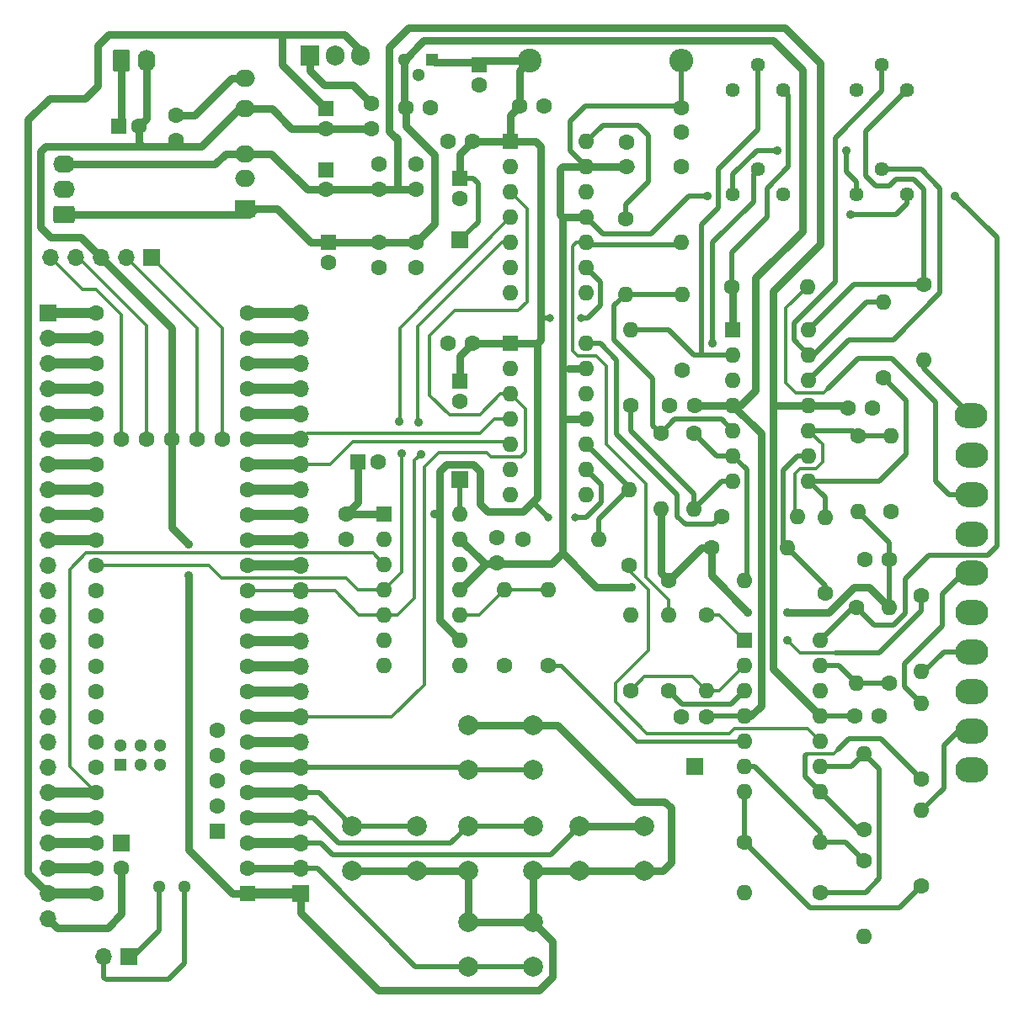
<source format=gbr>
%TF.GenerationSoftware,KiCad,Pcbnew,(6.0.2)*%
%TF.CreationDate,2022-07-25T17:11:52-05:00*%
%TF.ProjectId,vstcm V3_0FC,76737463-6d20-4563-935f-3046432e6b69,rev?*%
%TF.SameCoordinates,Original*%
%TF.FileFunction,Copper,L1,Top*%
%TF.FilePolarity,Positive*%
%FSLAX46Y46*%
G04 Gerber Fmt 4.6, Leading zero omitted, Abs format (unit mm)*
G04 Created by KiCad (PCBNEW (6.0.2)) date 2022-07-25 17:11:52*
%MOMM*%
%LPD*%
G01*
G04 APERTURE LIST*
G04 Aperture macros list*
%AMRoundRect*
0 Rectangle with rounded corners*
0 $1 Rounding radius*
0 $2 $3 $4 $5 $6 $7 $8 $9 X,Y pos of 4 corners*
0 Add a 4 corners polygon primitive as box body*
4,1,4,$2,$3,$4,$5,$6,$7,$8,$9,$2,$3,0*
0 Add four circle primitives for the rounded corners*
1,1,$1+$1,$2,$3*
1,1,$1+$1,$4,$5*
1,1,$1+$1,$6,$7*
1,1,$1+$1,$8,$9*
0 Add four rect primitives between the rounded corners*
20,1,$1+$1,$2,$3,$4,$5,0*
20,1,$1+$1,$4,$5,$6,$7,0*
20,1,$1+$1,$6,$7,$8,$9,0*
20,1,$1+$1,$8,$9,$2,$3,0*%
G04 Aperture macros list end*
%TA.AperFunction,ComponentPad*%
%ADD10O,3.302000X2.540000*%
%TD*%
%TA.AperFunction,ComponentPad*%
%ADD11R,1.600000X1.600000*%
%TD*%
%TA.AperFunction,ComponentPad*%
%ADD12O,1.600000X1.600000*%
%TD*%
%TA.AperFunction,ComponentPad*%
%ADD13R,1.905000X2.000000*%
%TD*%
%TA.AperFunction,ComponentPad*%
%ADD14O,1.905000X2.000000*%
%TD*%
%TA.AperFunction,ComponentPad*%
%ADD15C,1.600000*%
%TD*%
%TA.AperFunction,ComponentPad*%
%ADD16C,2.000000*%
%TD*%
%TA.AperFunction,ComponentPad*%
%ADD17C,1.440000*%
%TD*%
%TA.AperFunction,ComponentPad*%
%ADD18R,1.700000X1.700000*%
%TD*%
%TA.AperFunction,ComponentPad*%
%ADD19RoundRect,0.250000X0.845000X-0.620000X0.845000X0.620000X-0.845000X0.620000X-0.845000X-0.620000X0*%
%TD*%
%TA.AperFunction,ComponentPad*%
%ADD20O,2.190000X1.740000*%
%TD*%
%TA.AperFunction,ComponentPad*%
%ADD21O,1.700000X1.700000*%
%TD*%
%TA.AperFunction,ComponentPad*%
%ADD22RoundRect,0.250000X-0.620000X-0.845000X0.620000X-0.845000X0.620000X0.845000X-0.620000X0.845000X0*%
%TD*%
%TA.AperFunction,ComponentPad*%
%ADD23O,1.740000X2.190000*%
%TD*%
%TA.AperFunction,ComponentPad*%
%ADD24R,1.300000X1.300000*%
%TD*%
%TA.AperFunction,ComponentPad*%
%ADD25C,1.300000*%
%TD*%
%TA.AperFunction,ComponentPad*%
%ADD26C,2.400000*%
%TD*%
%TA.AperFunction,ComponentPad*%
%ADD27O,2.400000X2.400000*%
%TD*%
%TA.AperFunction,ComponentPad*%
%ADD28O,2.000000X1.700000*%
%TD*%
%TA.AperFunction,ComponentPad*%
%ADD29R,2.000000X1.700000*%
%TD*%
%TA.AperFunction,ViaPad*%
%ADD30C,0.914400*%
%TD*%
%TA.AperFunction,ViaPad*%
%ADD31C,0.800000*%
%TD*%
%TA.AperFunction,Conductor*%
%ADD32C,1.000000*%
%TD*%
%TA.AperFunction,Conductor*%
%ADD33C,0.750000*%
%TD*%
%TA.AperFunction,Conductor*%
%ADD34C,0.500000*%
%TD*%
%TA.AperFunction,Conductor*%
%ADD35C,0.304800*%
%TD*%
%TA.AperFunction,Conductor*%
%ADD36C,0.508000*%
%TD*%
%TA.AperFunction,Conductor*%
%ADD37C,0.381000*%
%TD*%
%TA.AperFunction,Conductor*%
%ADD38C,0.800000*%
%TD*%
G04 APERTURE END LIST*
D10*
%TO.P,BL_GND1,1,1*%
%TO.N,AGND*%
X127635012Y-158496008D03*
%TD*%
D11*
%TO.P,IC4,1,VDD*%
%TO.N,Net-(C15-Pad1)*%
X81280000Y-95250000D03*
D12*
%TO.P,IC4,2*%
%TO.N,N/C*%
X81280000Y-97790000D03*
%TO.P,IC4,3,~{CS}*%
%TO.N,Net-(IC4-Pad3)*%
X81280000Y-100330000D03*
%TO.P,IC4,4,SCK*%
%TO.N,/SCK*%
X81280000Y-102870000D03*
%TO.P,IC4,5,SDI*%
%TO.N,/MOSI*%
X81280000Y-105410000D03*
%TO.P,IC4,6*%
%TO.N,N/C*%
X81280000Y-107950000D03*
%TO.P,IC4,7*%
X81280000Y-110490000D03*
%TO.P,IC4,8,~{LDAC}*%
%TO.N,AGND*%
X88900000Y-110490000D03*
%TO.P,IC4,9,~{SHDN}*%
%TO.N,Net-(C15-Pad1)*%
X88900000Y-107950000D03*
%TO.P,IC4,10,VOUTB*%
%TO.N,Net-(IC4-Pad10)*%
X88900000Y-105410000D03*
%TO.P,IC4,11,VREFB*%
%TO.N,+3V3*%
X88900000Y-102870000D03*
%TO.P,IC4,12,VSS*%
%TO.N,AGND*%
X88900000Y-100330000D03*
%TO.P,IC4,13,VREFA*%
%TO.N,+3V3*%
X88900000Y-97790000D03*
%TO.P,IC4,14,VOUTA*%
%TO.N,Net-(IC4-Pad14)*%
X88900000Y-95250000D03*
%TD*%
D13*
%TO.P,U5,1,VI*%
%TO.N,/Pwr_In*%
X61087000Y-86614000D03*
D14*
%TO.P,U5,2,GND*%
%TO.N,GND*%
X63627000Y-86614000D03*
%TO.P,U5,3,VO*%
%TO.N,Net-(C20-Pad1)*%
X66167000Y-86614000D03*
%TD*%
D15*
%TO.P,R15,1,1*%
%TO.N,Net-(IC1-Pad7)*%
X104775000Y-165735000D03*
D12*
%TO.P,R15,2,2*%
%TO.N,Net-(IC1-Pad6)*%
X112395000Y-165735000D03*
%TD*%
D16*
%TO.P,SW2,1,1*%
%TO.N,GND*%
X83514000Y-173772000D03*
X77014000Y-173772000D03*
%TO.P,SW2,2,2*%
%TO.N,Net-(J1-Pad2)*%
X77014000Y-178272000D03*
X83514000Y-178272000D03*
%TD*%
D15*
%TO.P,R21,1,1*%
%TO.N,Net-(IC1-Pad7)*%
X122555000Y-170180000D03*
D12*
%TO.P,R21,2,2*%
%TO.N,Net-(BL_SIG1-Pad1)*%
X122555000Y-162560000D03*
%TD*%
D17*
%TO.P,RV1,1,1*%
%TO.N,-3V3*%
X121158000Y-100584000D03*
%TO.P,RV1,2,2*%
%TO.N,Net-(IC6-Pad12)*%
X118618000Y-98044000D03*
%TO.P,RV1,3,3*%
%TO.N,+3V3*%
X116078000Y-100584000D03*
%TD*%
D15*
%TO.P,R4,1,1*%
%TO.N,+3V3*%
X101473000Y-136144000D03*
D12*
%TO.P,R4,2,2*%
%TO.N,Net-(IC6-Pad9)*%
X109093000Y-136144000D03*
%TD*%
D11*
%TO.P,C18,1*%
%TO.N,Net-(C15-Pad1)*%
X65913000Y-127508000D03*
D15*
%TO.P,C18,2*%
%TO.N,AGND*%
X67913000Y-127508000D03*
%TD*%
%TO.P,C22,1,1*%
%TO.N,-12V*%
X115189000Y-122047000D03*
%TO.P,C22,2,2*%
%TO.N,AGND*%
X117689000Y-122047000D03*
%TD*%
%TO.P,R17,1,1*%
%TO.N,Net-(IC6-Pad14)*%
X122809000Y-109601000D03*
D12*
%TO.P,R17,2,2*%
%TO.N,Net-(R17-Pad2)*%
X122809000Y-117221000D03*
%TD*%
D15*
%TO.P,C12,1,1*%
%TO.N,AGND*%
X68021200Y-97525200D03*
%TO.P,C12,2,2*%
%TO.N,-12V*%
X68021200Y-100025200D03*
%TD*%
%TO.P,R24,1,1*%
%TO.N,Net-(IC1-Pad5)*%
X85090000Y-147955000D03*
D12*
%TO.P,R24,2,2*%
%TO.N,Net-(IC3-Pad10)*%
X85090000Y-140335000D03*
%TD*%
D16*
%TO.P,SW4,1,1*%
%TO.N,Net-(J1-Pad3)*%
X94690000Y-164120000D03*
X88190000Y-164120000D03*
%TO.P,SW4,2,2*%
%TO.N,GND*%
X94690000Y-168620000D03*
X88190000Y-168620000D03*
%TD*%
D15*
%TO.P,R11,1,1*%
%TO.N,Net-(IC6-Pad8)*%
X118745000Y-118999000D03*
D12*
%TO.P,R11,2,2*%
%TO.N,Net-(IC6-Pad13)*%
X118745000Y-111379000D03*
%TD*%
D16*
%TO.P,SW5,1,1*%
%TO.N,GND*%
X77014000Y-153960000D03*
X83514000Y-153960000D03*
%TO.P,SW5,2,2*%
%TO.N,Net-(J1-Pad6)*%
X83514000Y-158460000D03*
X77014000Y-158460000D03*
%TD*%
D15*
%TO.P,R23,1,1*%
%TO.N,Net-(IC1-Pad10)*%
X93218000Y-137922000D03*
D12*
%TO.P,R23,2,2*%
%TO.N,Net-(IC5-Pad10)*%
X93218000Y-130302000D03*
%TD*%
D15*
%TO.P,C2,1,1*%
%TO.N,+3V3*%
X79883000Y-137628000D03*
%TO.P,C2,2,2*%
%TO.N,AGND*%
X79883000Y-135128000D03*
%TD*%
D11*
%TO.P,IC3,1,VDD*%
%TO.N,Net-(C15-Pad1)*%
X68580000Y-132715000D03*
D12*
%TO.P,IC3,2*%
%TO.N,N/C*%
X68580000Y-135255000D03*
%TO.P,IC3,3,~{CS}*%
%TO.N,Net-(IC3-Pad3)*%
X68580000Y-137795000D03*
%TO.P,IC3,4,SCK*%
%TO.N,/SCK*%
X68580000Y-140335000D03*
%TO.P,IC3,5,SDI*%
%TO.N,/MOSI*%
X68580000Y-142875000D03*
%TO.P,IC3,6*%
%TO.N,N/C*%
X68580000Y-145415000D03*
%TO.P,IC3,7*%
X68580000Y-147955000D03*
%TO.P,IC3,8,~{LDAC}*%
%TO.N,AGND*%
X76200000Y-147955000D03*
%TO.P,IC3,9,~{SHDN}*%
%TO.N,Net-(C15-Pad1)*%
X76200000Y-145415000D03*
%TO.P,IC3,10,VOUTB*%
%TO.N,Net-(IC3-Pad10)*%
X76200000Y-142875000D03*
%TO.P,IC3,11,VREFB*%
%TO.N,+3V3*%
X76200000Y-140335000D03*
%TO.P,IC3,12,VSS*%
%TO.N,AGND*%
X76200000Y-137795000D03*
%TO.P,IC3,13,VREFA*%
%TO.N,+3V3*%
X76200000Y-135255000D03*
%TO.P,IC3,14,VOUTA*%
%TO.N,Net-(IC3-Pad14)*%
X76200000Y-132715000D03*
%TD*%
D11*
%TO.P,C4,1*%
%TO.N,/Pwr_In*%
X41910000Y-93726000D03*
D15*
%TO.P,C4,2*%
%TO.N,GND*%
X43910000Y-93726000D03*
%TD*%
%TO.P,R8,1,1*%
%TO.N,Net-(IC6-Pad6)*%
X99695000Y-124587000D03*
D12*
%TO.P,R8,2,2*%
%TO.N,Net-(IC6-Pad7)*%
X99695000Y-132207000D03*
%TD*%
D18*
%TO.P,TP1,1,Pin_1*%
%TO.N,AGND*%
X42164000Y-165862000D03*
%TD*%
D11*
%TO.P,C20,1*%
%TO.N,Net-(C20-Pad1)*%
X62738000Y-91917200D03*
D15*
%TO.P,C20,2*%
%TO.N,GND*%
X62738000Y-93917200D03*
%TD*%
D19*
%TO.P,J7,1,Pin_1*%
%TO.N,+12V*%
X36342000Y-102616000D03*
D20*
%TO.P,J7,2,Pin_2*%
%TO.N,AGND*%
X36342000Y-100076000D03*
%TO.P,J7,3,Pin_3*%
%TO.N,-12V*%
X36342000Y-97536000D03*
%TD*%
D11*
%TO.P,IC1,1,OUT*%
%TO.N,Net-(IC1-Pad1)*%
X104775000Y-145415000D03*
D12*
%TO.P,IC1,2,-IN*%
%TO.N,Net-(IC1-Pad2)*%
X104775000Y-147955000D03*
%TO.P,IC1,3,+IN*%
%TO.N,Net-(IC1-Pad3)*%
X104775000Y-150495000D03*
%TO.P,IC1,4,V+*%
%TO.N,+12V*%
X104775000Y-153035000D03*
%TO.P,IC1,5,+IN*%
%TO.N,Net-(IC1-Pad5)*%
X104775000Y-155575000D03*
%TO.P,IC1,6,-IN*%
%TO.N,Net-(IC1-Pad6)*%
X104775000Y-158115000D03*
%TO.P,IC1,7,OUT*%
%TO.N,Net-(IC1-Pad7)*%
X104775000Y-160655000D03*
%TO.P,IC1,8,OUT*%
%TO.N,Net-(IC1-Pad8)*%
X112395000Y-160655000D03*
%TO.P,IC1,9,-IN*%
%TO.N,Net-(IC1-Pad9)*%
X112395000Y-158115000D03*
%TO.P,IC1,10,+IN*%
%TO.N,Net-(IC1-Pad10)*%
X112395000Y-155575000D03*
%TO.P,IC1,11,V-*%
%TO.N,-12V*%
X112395000Y-153035000D03*
%TO.P,IC1,12,+IN*%
%TO.N,AGND*%
X112395000Y-150495000D03*
%TO.P,IC1,13,-IN*%
%TO.N,Net-(IC1-Pad13)*%
X112395000Y-147955000D03*
%TO.P,IC1,14,OUT*%
%TO.N,-3V3*%
X112395000Y-145415000D03*
%TD*%
D15*
%TO.P,R20,1,1*%
%TO.N,Net-(IC1-Pad1)*%
X122555000Y-140970000D03*
D12*
%TO.P,R20,2,2*%
%TO.N,Net-(GR_SIG1-Pad1)*%
X122555000Y-148590000D03*
%TD*%
D10*
%TO.P,Y_GND1,1,1*%
%TO.N,AGND*%
X127635012Y-134721609D03*
%TD*%
D15*
%TO.P,C27,1,1*%
%TO.N,Net-(C15-Pad1)*%
X82169000Y-91694000D03*
%TO.P,C27,2,2*%
%TO.N,AGND*%
X84669000Y-91694000D03*
%TD*%
%TO.P,C7,1,1*%
%TO.N,Net-(C15-Pad1)*%
X64770000Y-132735000D03*
%TO.P,C7,2,2*%
%TO.N,AGND*%
X64770000Y-135235000D03*
%TD*%
D18*
%TO.P,J1,1,Pin_1*%
%TO.N,GND*%
X60198000Y-170942000D03*
D21*
%TO.P,J1,2,Pin_2*%
%TO.N,Net-(J1-Pad2)*%
X60198000Y-168402000D03*
%TO.P,J1,3,Pin_3*%
%TO.N,Net-(J1-Pad3)*%
X60198000Y-165862000D03*
%TO.P,J1,4,Pin_4*%
%TO.N,Net-(J1-Pad4)*%
X60198000Y-163322000D03*
%TO.P,J1,5,Pin_5*%
%TO.N,Net-(J1-Pad5)*%
X60198000Y-160782000D03*
%TO.P,J1,6,Pin_6*%
%TO.N,Net-(J1-Pad6)*%
X60198000Y-158242000D03*
%TO.P,J1,7,Pin_7*%
%TO.N,Net-(J1-Pad7)*%
X60198000Y-155702000D03*
%TO.P,J1,8,Pin_8*%
%TO.N,Net-(IC4-Pad3)*%
X60198000Y-153162000D03*
%TO.P,J1,9,Pin_9*%
%TO.N,Net-(J1-Pad9)*%
X60198000Y-150622000D03*
%TO.P,J1,10,Pin_10*%
%TO.N,Net-(J1-Pad10)*%
X60198000Y-148082000D03*
%TO.P,J1,11,Pin_11*%
%TO.N,Net-(J1-Pad11)*%
X60198000Y-145542000D03*
%TO.P,J1,12,Pin_12*%
%TO.N,Net-(J1-Pad12)*%
X60198000Y-143002000D03*
%TO.P,J1,13,Pin_13*%
%TO.N,/MOSI*%
X60198000Y-140462000D03*
%TO.P,J1,14,Pin_14*%
%TO.N,Net-(J1-Pad14)*%
X60198000Y-137922000D03*
%TO.P,J1,15,Pin_15*%
%TO.N,Net-(J1-Pad15)*%
X60198000Y-135382000D03*
%TO.P,J1,16,Pin_16*%
%TO.N,Net-(J1-Pad16)*%
X60198000Y-132842000D03*
%TO.P,J1,17,Pin_17*%
%TO.N,Net-(J1-Pad17)*%
X60198000Y-130302000D03*
%TO.P,J1,18,Pin_18*%
%TO.N,/MOSI1*%
X60198000Y-127762000D03*
%TO.P,J1,19,Pin_19*%
%TO.N,/SCK1*%
X60198000Y-125222000D03*
%TO.P,J1,20,Pin_20*%
%TO.N,Net-(J1-Pad20)*%
X60198000Y-122682000D03*
%TO.P,J1,21,Pin_21*%
%TO.N,Net-(J1-Pad21)*%
X60198000Y-120142000D03*
%TO.P,J1,22,Pin_22*%
%TO.N,Net-(J1-Pad22)*%
X60198000Y-117602000D03*
%TO.P,J1,23,Pin_23*%
%TO.N,Net-(J1-Pad23)*%
X60198000Y-115062000D03*
%TO.P,J1,24,Pin_24*%
%TO.N,Net-(J1-Pad24)*%
X60198000Y-112522000D03*
%TD*%
D18*
%TO.P,J9,1,Pin_1*%
%TO.N,Net-(J9-Pad1)*%
X42931000Y-177292000D03*
D21*
%TO.P,J9,2,Pin_2*%
%TO.N,Net-(J9-Pad2)*%
X40391000Y-177292000D03*
%TD*%
D15*
%TO.P,C24,1,1*%
%TO.N,-12V*%
X115864000Y-153035000D03*
%TO.P,C24,2,2*%
%TO.N,AGND*%
X118364000Y-153035000D03*
%TD*%
D10*
%TO.P,RE_SIG1,1,1*%
%TO.N,Net-(R19-Pad2)*%
X127635012Y-138684009D03*
%TD*%
D15*
%TO.P,R1,1,1*%
%TO.N,Net-(IC5-Pad14)*%
X102489000Y-132969000D03*
D12*
%TO.P,R1,2,2*%
%TO.N,Net-(IC6-Pad10)*%
X110109000Y-132969000D03*
%TD*%
D11*
%TO.P,C5,1*%
%TO.N,Net-(C15-Pad1)*%
X78105000Y-87535000D03*
D15*
%TO.P,C5,2*%
%TO.N,AGND*%
X78105000Y-89535000D03*
%TD*%
%TO.P,C3,1,1*%
%TO.N,/Pwr_In*%
X47625000Y-92623000D03*
%TO.P,C3,2,2*%
%TO.N,GND*%
X47625000Y-95123000D03*
%TD*%
D22*
%TO.P,J6,1,Pin_1*%
%TO.N,/Pwr_In*%
X42164000Y-87122000D03*
D23*
%TO.P,J6,2,Pin_2*%
%TO.N,GND*%
X44704000Y-87122000D03*
%TD*%
D15*
%TO.P,R27,1,1*%
%TO.N,Net-(IC1-Pad13)*%
X119380000Y-149733000D03*
D12*
%TO.P,R27,2,2*%
%TO.N,+3V3*%
X119380000Y-142113000D03*
%TD*%
D15*
%TO.P,R19,1,1*%
%TO.N,Net-(IC1-Pad8)*%
X122555000Y-159385000D03*
D12*
%TO.P,R19,2,2*%
%TO.N,Net-(R19-Pad2)*%
X122555000Y-151765000D03*
%TD*%
D15*
%TO.P,R29,1,1*%
%TO.N,Net-(IC1-Pad9)*%
X112395000Y-170815000D03*
D12*
%TO.P,R29,2,2*%
%TO.N,AGND*%
X104775000Y-170815000D03*
%TD*%
D10*
%TO.P,RE_GND1,1,1*%
%TO.N,AGND*%
X127635012Y-142646408D03*
%TD*%
D15*
%TO.P,R7,1,1*%
%TO.N,Net-(IC6-Pad9)*%
X112903000Y-140716000D03*
D12*
%TO.P,R7,2,2*%
%TO.N,Net-(IC6-Pad8)*%
X112903000Y-133096000D03*
%TD*%
D24*
%TO.P,U3,1,VO*%
%TO.N,Net-(C15-Pad1)*%
X73406000Y-86995000D03*
D25*
%TO.P,U3,2,GND*%
%TO.N,AGND*%
X72009000Y-88519000D03*
%TO.P,U3,3,VI*%
%TO.N,+12V*%
X70612000Y-86995000D03*
%TD*%
D15*
%TO.P,R22,1,1*%
%TO.N,Net-(IC1-Pad3)*%
X97155000Y-150495000D03*
D12*
%TO.P,R22,2,2*%
%TO.N,Net-(IC4-Pad10)*%
X97155000Y-142875000D03*
%TD*%
D18*
%TO.P,TP3,1,Pin_1*%
%TO.N,Net-(C15-Pad1)*%
X76200000Y-105156000D03*
%TD*%
D15*
%TO.P,R31,1,1*%
%TO.N,-3V3*%
X116078000Y-142113000D03*
D12*
%TO.P,R31,2,2*%
%TO.N,Net-(IC1-Pad13)*%
X116078000Y-149733000D03*
%TD*%
D15*
%TO.P,R5,1,1*%
%TO.N,AGND*%
X98552000Y-118237000D03*
D12*
%TO.P,R5,2,2*%
%TO.N,Net-(IC6-Pad5)*%
X98552000Y-110617000D03*
%TD*%
D15*
%TO.P,C1,1,1*%
%TO.N,+12V*%
X70739000Y-91821000D03*
%TO.P,C1,2,2*%
%TO.N,AGND*%
X73239000Y-91821000D03*
%TD*%
%TO.P,R25,1,1*%
%TO.N,Net-(IC6-Pad10)*%
X116205000Y-124841000D03*
D12*
%TO.P,R25,2,2*%
%TO.N,+3V3*%
X116205000Y-132461000D03*
%TD*%
D15*
%TO.P,R14,1,1*%
%TO.N,AGND*%
X80645000Y-147955000D03*
D12*
%TO.P,R14,2,2*%
%TO.N,Net-(IC3-Pad10)*%
X80645000Y-140335000D03*
%TD*%
D15*
%TO.P,R3,1,1*%
%TO.N,AGND*%
X119507000Y-132461000D03*
D12*
%TO.P,R3,2,2*%
%TO.N,Net-(IC6-Pad10)*%
X119507000Y-124841000D03*
%TD*%
D17*
%TO.P,RV4,1,1*%
%TO.N,Net-(IC6-Pad1)*%
X108712000Y-90043000D03*
%TO.P,RV4,2,2*%
%TO.N,Net-(IC6-Pad2)*%
X106172000Y-87503000D03*
%TO.P,RV4,3,3*%
%TO.N,unconnected-(RV4-Pad3)*%
X103632000Y-90043000D03*
%TD*%
D11*
%TO.P,C10,1*%
%TO.N,AGND*%
X62687200Y-98074088D03*
D15*
%TO.P,C10,2*%
%TO.N,-12V*%
X62687200Y-100074088D03*
%TD*%
%TO.P,C17,1,1*%
%TO.N,Net-(C15-Pad1)*%
X77470000Y-95250000D03*
%TO.P,C17,2,2*%
%TO.N,AGND*%
X74970000Y-95250000D03*
%TD*%
D10*
%TO.P,Y_SIG1,1,1*%
%TO.N,Net-(R18-Pad2)*%
X127635012Y-130759208D03*
%TD*%
D18*
%TO.P,J8,1,Pin_1*%
%TO.N,Net-(IC3-Pad14)*%
X76200000Y-129286000D03*
%TD*%
D15*
%TO.P,C23,1,1*%
%TO.N,+12V*%
X100965000Y-153162000D03*
%TO.P,C23,2,2*%
%TO.N,AGND*%
X98465000Y-153162000D03*
%TD*%
%TO.P,R13,1,1*%
%TO.N,Net-(IC6-Pad7)*%
X93345000Y-121793000D03*
D12*
%TO.P,R13,2,2*%
%TO.N,Net-(IC6-Pad2)*%
X93345000Y-114173000D03*
%TD*%
D15*
%TO.P,R16,1,1*%
%TO.N,Net-(IC1-Pad8)*%
X116840000Y-164465000D03*
D12*
%TO.P,R16,2,2*%
%TO.N,Net-(IC1-Pad9)*%
X116840000Y-156845000D03*
%TD*%
D11*
%TO.P,IC6,1,OUT*%
%TO.N,Net-(IC6-Pad1)*%
X103632000Y-114173000D03*
D12*
%TO.P,IC6,2,-IN*%
%TO.N,Net-(IC6-Pad2)*%
X103632000Y-116713000D03*
%TO.P,IC6,3,+IN*%
%TO.N,Net-(IC6-Pad3)*%
X103632000Y-119253000D03*
%TO.P,IC6,4,V+*%
%TO.N,+12V*%
X103632000Y-121793000D03*
%TO.P,IC6,5,+IN*%
%TO.N,Net-(IC6-Pad5)*%
X103632000Y-124333000D03*
%TO.P,IC6,6,-IN*%
%TO.N,Net-(IC6-Pad6)*%
X103632000Y-126873000D03*
%TO.P,IC6,7,OUT*%
%TO.N,Net-(IC6-Pad7)*%
X103632000Y-129413000D03*
%TO.P,IC6,8,OUT*%
%TO.N,Net-(IC6-Pad8)*%
X111252000Y-129413000D03*
%TO.P,IC6,9,-IN*%
%TO.N,Net-(IC6-Pad9)*%
X111252000Y-126873000D03*
%TO.P,IC6,10,+IN*%
%TO.N,Net-(IC6-Pad10)*%
X111252000Y-124333000D03*
%TO.P,IC6,11,V-*%
%TO.N,-12V*%
X111252000Y-121793000D03*
%TO.P,IC6,12,+IN*%
%TO.N,Net-(IC6-Pad12)*%
X111252000Y-119253000D03*
%TO.P,IC6,13,-IN*%
%TO.N,Net-(IC6-Pad13)*%
X111252000Y-116713000D03*
%TO.P,IC6,14,OUT*%
%TO.N,Net-(IC6-Pad14)*%
X111252000Y-114173000D03*
%TD*%
D16*
%TO.P,SW1,1,1*%
%TO.N,Net-(J1-Pad5)*%
X71830000Y-164120000D03*
X65330000Y-164120000D03*
%TO.P,SW1,2,2*%
%TO.N,GND*%
X65330000Y-168620000D03*
X71830000Y-168620000D03*
%TD*%
D10*
%TO.P,BL_SIG1,1,1*%
%TO.N,Net-(BL_SIG1-Pad1)*%
X127635000Y-154533609D03*
%TD*%
D15*
%TO.P,R26,1,1*%
%TO.N,Net-(IC6-Pad5)*%
X96393000Y-124587000D03*
D12*
%TO.P,R26,2,2*%
%TO.N,+3V3*%
X96393000Y-132207000D03*
%TD*%
D10*
%TO.P,GR_SIG1,1,1*%
%TO.N,Net-(GR_SIG1-Pad1)*%
X127635000Y-146608809D03*
%TD*%
D11*
%TO.P,IC5,1,VDD*%
%TO.N,Net-(C15-Pad1)*%
X81280000Y-115570000D03*
D12*
%TO.P,IC5,2*%
%TO.N,N/C*%
X81280000Y-118110000D03*
%TO.P,IC5,3,~{CS}*%
%TO.N,Net-(IC4-Pad3)*%
X81280000Y-120650000D03*
%TO.P,IC5,4,SCK*%
%TO.N,/SCK1*%
X81280000Y-123190000D03*
%TO.P,IC5,5,SDI*%
%TO.N,/MOSI1*%
X81280000Y-125730000D03*
%TO.P,IC5,6*%
%TO.N,N/C*%
X81280000Y-128270000D03*
%TO.P,IC5,7*%
X81280000Y-130810000D03*
%TO.P,IC5,8,~{LDAC}*%
%TO.N,AGND*%
X88900000Y-130810000D03*
%TO.P,IC5,9,~{SHDN}*%
%TO.N,Net-(C15-Pad1)*%
X88900000Y-128270000D03*
%TO.P,IC5,10,VOUTB*%
%TO.N,Net-(IC5-Pad10)*%
X88900000Y-125730000D03*
%TO.P,IC5,11,VREFB*%
%TO.N,+3V3*%
X88900000Y-123190000D03*
%TO.P,IC5,12,VSS*%
%TO.N,AGND*%
X88900000Y-120650000D03*
%TO.P,IC5,13,VREFA*%
%TO.N,+3V3*%
X88900000Y-118110000D03*
%TO.P,IC5,14,VOUTA*%
%TO.N,Net-(IC5-Pad14)*%
X88900000Y-115570000D03*
%TD*%
D15*
%TO.P,R18,1,1*%
%TO.N,Net-(IC6-Pad1)*%
X103505000Y-109855000D03*
D12*
%TO.P,R18,2,2*%
%TO.N,Net-(R18-Pad2)*%
X111125000Y-109855000D03*
%TD*%
D18*
%TO.P,J3,1,Pin_1*%
%TO.N,Net-(J3-Pad1)*%
X34798000Y-112522000D03*
D21*
%TO.P,J3,2,Pin_2*%
%TO.N,Net-(J3-Pad2)*%
X34798000Y-115062000D03*
%TO.P,J3,3,Pin_3*%
%TO.N,Net-(J3-Pad3)*%
X34798000Y-117602000D03*
%TO.P,J3,4,Pin_4*%
%TO.N,Net-(J3-Pad4)*%
X34798000Y-120142000D03*
%TO.P,J3,5,Pin_5*%
%TO.N,Net-(J3-Pad5)*%
X34798000Y-122682000D03*
%TO.P,J3,6,Pin_6*%
%TO.N,Net-(J3-Pad6)*%
X34798000Y-125222000D03*
%TO.P,J3,7,Pin_7*%
%TO.N,Net-(J3-Pad7)*%
X34798000Y-127762000D03*
%TO.P,J3,8,Pin_8*%
%TO.N,Net-(J3-Pad8)*%
X34798000Y-130302000D03*
%TO.P,J3,9,Pin_9*%
%TO.N,Net-(J3-Pad9)*%
X34798000Y-132842000D03*
%TO.P,J3,10,Pin_10*%
%TO.N,AGND*%
X34798000Y-135382000D03*
%TO.P,J3,11,Pin_11*%
%TO.N,/SCK*%
X34798000Y-137922000D03*
%TO.P,J3,12,Pin_12*%
%TO.N,Net-(J3-Pad12)*%
X34798000Y-140462000D03*
%TO.P,J3,13,Pin_13*%
%TO.N,Net-(J3-Pad13)*%
X34798000Y-143002000D03*
%TO.P,J3,14,Pin_14*%
%TO.N,/CS1*%
X34798000Y-145542000D03*
%TO.P,J3,15,Pin_15*%
%TO.N,Net-(J3-Pad15)*%
X34798000Y-148082000D03*
%TO.P,J3,16,Pin_16*%
%TO.N,Net-(J3-Pad16)*%
X34798000Y-150622000D03*
%TO.P,J3,17,Pin_17*%
%TO.N,Net-(J3-Pad17)*%
X34798000Y-153162000D03*
%TO.P,J3,18,Pin_18*%
%TO.N,Net-(J3-Pad18)*%
X34798000Y-155702000D03*
%TO.P,J3,19,Pin_19*%
%TO.N,Net-(J3-Pad19)*%
X34798000Y-158242000D03*
%TO.P,J3,20,Pin_20*%
%TO.N,Net-(IC3-Pad3)*%
X34798000Y-160782000D03*
%TO.P,J3,21,Pin_21*%
%TO.N,Net-(J3-Pad21)*%
X34798000Y-163322000D03*
%TO.P,J3,22,Pin_22*%
%TO.N,Net-(J3-Pad22)*%
X34798000Y-165862000D03*
%TO.P,J3,23,Pin_23*%
%TO.N,Net-(J3-Pad23)*%
X34798000Y-168402000D03*
%TO.P,J3,24,Pin_24*%
%TO.N,Net-(C20-Pad1)*%
X34798000Y-170942000D03*
%TO.P,J3,25,Pin_25*%
%TO.N,Net-(J3-Pad25)*%
X34798000Y-173482000D03*
%TD*%
D17*
%TO.P,RV3,1,1*%
%TO.N,Net-(IC6-Pad14)*%
X121158000Y-90043000D03*
%TO.P,RV3,2,2*%
%TO.N,Net-(IC6-Pad13)*%
X118618000Y-87503000D03*
%TO.P,RV3,3,3*%
%TO.N,unconnected-(RV3-Pad3)*%
X116078000Y-90043000D03*
%TD*%
D15*
%TO.P,R28,1,1*%
%TO.N,Net-(IC1-Pad2)*%
X93345000Y-150495000D03*
D12*
%TO.P,R28,2,2*%
%TO.N,AGND*%
X93345000Y-142875000D03*
%TD*%
D17*
%TO.P,RV2,1,1*%
%TO.N,-3V3*%
X108712000Y-100584000D03*
%TO.P,RV2,2,2*%
%TO.N,Net-(IC6-Pad3)*%
X106172000Y-98044000D03*
%TO.P,RV2,3,3*%
%TO.N,+3V3*%
X103632000Y-100584000D03*
%TD*%
D15*
%TO.P,R9,1,1*%
%TO.N,AGND*%
X98425000Y-97790000D03*
D12*
%TO.P,R9,2,2*%
%TO.N,Net-(IC4-Pad10)*%
X98425000Y-105410000D03*
%TD*%
D26*
%TO.P,L1,1,1*%
%TO.N,Net-(C15-Pad1)*%
X83185000Y-87122000D03*
D27*
%TO.P,L1,2,2*%
%TO.N,+3V3*%
X98425000Y-87122000D03*
%TD*%
D11*
%TO.P,U1,1,GND*%
%TO.N,GND*%
X54864000Y-170942000D03*
D15*
%TO.P,U1,2,0_RX1_CRX2_CS1*%
%TO.N,Net-(J1-Pad2)*%
X54864000Y-168402000D03*
%TO.P,U1,3,1_TX1_CTX2_MISO1*%
%TO.N,Net-(J1-Pad3)*%
X54864000Y-165862000D03*
%TO.P,U1,4,2_OUT2*%
%TO.N,Net-(J1-Pad4)*%
X54864000Y-163322000D03*
%TO.P,U1,5,3_LRCLK2*%
%TO.N,Net-(J1-Pad5)*%
X54864000Y-160782000D03*
%TO.P,U1,6,4_BCLK2*%
%TO.N,Net-(J1-Pad6)*%
X54864000Y-158242000D03*
%TO.P,U1,7,5_IN2*%
%TO.N,Net-(J1-Pad7)*%
X54864000Y-155702000D03*
%TO.P,U1,8,6_OUT1D*%
%TO.N,Net-(IC4-Pad3)*%
X54864000Y-153162000D03*
%TO.P,U1,9,7_RX2_OUT1A*%
%TO.N,Net-(J1-Pad9)*%
X54864000Y-150622000D03*
%TO.P,U1,10,8_TX2_IN1*%
%TO.N,Net-(J1-Pad10)*%
X54864000Y-148082000D03*
%TO.P,U1,11,9_OUT1C*%
%TO.N,Net-(J1-Pad11)*%
X54864000Y-145542000D03*
%TO.P,U1,12,10_CS_MQSR*%
%TO.N,Net-(J1-Pad12)*%
X54864000Y-143002000D03*
%TO.P,U1,13,11_MOSI_CTX1*%
%TO.N,/MOSI*%
X54864000Y-140462000D03*
%TO.P,U1,14,12_MISO_MQSL*%
%TO.N,Net-(J1-Pad14)*%
X54864000Y-137922000D03*
%TO.P,U1,15,3V3*%
%TO.N,Net-(J1-Pad15)*%
X54864000Y-135382000D03*
%TO.P,U1,16,24_A10_TX6_SCL2*%
%TO.N,Net-(J1-Pad16)*%
X54864000Y-132842000D03*
%TO.P,U1,17,25_A11_RX6_SDA2*%
%TO.N,Net-(J1-Pad17)*%
X54864000Y-130302000D03*
%TO.P,U1,18,26_A12_MOSI1*%
%TO.N,/MOSI1*%
X54864000Y-127762000D03*
%TO.P,U1,19,27_A13_SCK1*%
%TO.N,/SCK1*%
X54864000Y-125222000D03*
%TO.P,U1,20,28_RX7*%
%TO.N,Net-(J1-Pad20)*%
X54864000Y-122682000D03*
%TO.P,U1,21,29_TX7*%
%TO.N,Net-(J1-Pad21)*%
X54864000Y-120142000D03*
%TO.P,U1,22,30_CRX3*%
%TO.N,Net-(J1-Pad22)*%
X54864000Y-117602000D03*
%TO.P,U1,23,31_CTX3*%
%TO.N,Net-(J1-Pad23)*%
X54864000Y-115062000D03*
%TO.P,U1,24,32_OUT1B*%
%TO.N,Net-(J1-Pad24)*%
X54864000Y-112522000D03*
%TO.P,U1,25,33_MCLK2*%
%TO.N,Net-(J3-Pad1)*%
X39624000Y-112522000D03*
%TO.P,U1,26,34_RX8*%
%TO.N,Net-(J3-Pad2)*%
X39624000Y-115062000D03*
%TO.P,U1,27,35_TX8*%
%TO.N,Net-(J3-Pad3)*%
X39624000Y-117602000D03*
%TO.P,U1,28,36_CS*%
%TO.N,Net-(J3-Pad4)*%
X39624000Y-120142000D03*
%TO.P,U1,29,37_CS*%
%TO.N,Net-(J3-Pad5)*%
X39624000Y-122682000D03*
%TO.P,U1,30,38_CS1_IN1*%
%TO.N,Net-(J3-Pad6)*%
X39624000Y-125222000D03*
%TO.P,U1,31,39_MISO1_OUT1A*%
%TO.N,Net-(J3-Pad7)*%
X39624000Y-127762000D03*
%TO.P,U1,32,40_A16*%
%TO.N,Net-(J3-Pad8)*%
X39624000Y-130302000D03*
%TO.P,U1,33,41_A17*%
%TO.N,Net-(J3-Pad9)*%
X39624000Y-132842000D03*
%TO.P,U1,34,GND*%
%TO.N,AGND*%
X39624000Y-135382000D03*
%TO.P,U1,35,13_SCK_LED*%
%TO.N,/SCK*%
X39624000Y-137922000D03*
%TO.P,U1,36,14_A0_TX3_SPDIF_OUT*%
%TO.N,Net-(J3-Pad12)*%
X39624000Y-140462000D03*
%TO.P,U1,37,15_A1_RX3_SPDIF_IN*%
%TO.N,Net-(J3-Pad13)*%
X39624000Y-143002000D03*
%TO.P,U1,38,16_A2_RX4_SCL1*%
%TO.N,/CS1*%
X39624000Y-145542000D03*
%TO.P,U1,39,17_A3_TX4_SDA1*%
%TO.N,Net-(J3-Pad15)*%
X39624000Y-148082000D03*
%TO.P,U1,40,18_A4_SDA*%
%TO.N,Net-(J3-Pad16)*%
X39624000Y-150622000D03*
%TO.P,U1,41,19_A5_SCL*%
%TO.N,Net-(J3-Pad17)*%
X39624000Y-153162000D03*
%TO.P,U1,42,20_A6_TX5_LRCLK1*%
%TO.N,Net-(J3-Pad18)*%
X39624000Y-155702000D03*
%TO.P,U1,43,21_A7_RX5_BCLK1*%
%TO.N,Net-(J3-Pad19)*%
X39624000Y-158242000D03*
%TO.P,U1,44,22_A8_CTX1*%
%TO.N,Net-(IC3-Pad3)*%
X39624000Y-160782000D03*
%TO.P,U1,45,23_A9_CRX1_MCLK1*%
%TO.N,Net-(J3-Pad21)*%
X39624000Y-163322000D03*
%TO.P,U1,46,3V3*%
%TO.N,Net-(J3-Pad22)*%
X39624000Y-165862000D03*
%TO.P,U1,47,GND*%
%TO.N,Net-(J3-Pad23)*%
X39624000Y-168402000D03*
%TO.P,U1,48,VIN*%
%TO.N,Net-(C20-Pad1)*%
X39624000Y-170942000D03*
%TO.P,U1,49,VUSB*%
%TO.N,Net-(J3-Pad25)*%
X42164000Y-168402000D03*
%TO.P,U1,50,VBAT*%
%TO.N,Net-(J2-Pad1)*%
X52324000Y-125222000D03*
%TO.P,U1,51,3V3*%
%TO.N,Net-(J2-Pad2)*%
X49784000Y-125222000D03*
%TO.P,U1,52,GND*%
%TO.N,GND*%
X47244000Y-125222000D03*
%TO.P,U1,53,PROGRAM*%
%TO.N,Net-(J2-Pad4)*%
X44704000Y-125222000D03*
%TO.P,U1,54,ON_OFF*%
%TO.N,Net-(J2-Pad5)*%
X42164000Y-125222000D03*
D11*
%TO.P,U1,55,5V*%
%TO.N,unconnected-(U1-Pad55)*%
X51813200Y-164642800D03*
D15*
%TO.P,U1,56,D-*%
%TO.N,unconnected-(U1-Pad56)*%
X51813200Y-162102800D03*
%TO.P,U1,57,D+*%
%TO.N,unconnected-(U1-Pad57)*%
X51813200Y-159562800D03*
%TO.P,U1,58,GND*%
%TO.N,unconnected-(U1-Pad58)*%
X51813200Y-157022800D03*
%TO.P,U1,59,GND*%
%TO.N,unconnected-(U1-Pad59)*%
X51813200Y-154482800D03*
D24*
%TO.P,U1,60,R+*%
%TO.N,unconnected-(U1-Pad60)*%
X42062400Y-157972000D03*
D25*
%TO.P,U1,61,LED*%
%TO.N,unconnected-(U1-Pad61)*%
X44062400Y-157972000D03*
%TO.P,U1,62,T-*%
%TO.N,unconnected-(U1-Pad62)*%
X46062400Y-157972000D03*
%TO.P,U1,63,T+*%
%TO.N,unconnected-(U1-Pad63)*%
X46062400Y-155972000D03*
%TO.P,U1,64,GND*%
%TO.N,unconnected-(U1-Pad64)*%
X44062400Y-155972000D03*
%TO.P,U1,65,R-*%
%TO.N,unconnected-(U1-Pad65)*%
X42062400Y-155972000D03*
%TO.P,U1,66,D-*%
%TO.N,Net-(J9-Pad1)*%
X45974000Y-170212000D03*
%TO.P,U1,67,D+*%
%TO.N,Net-(J9-Pad2)*%
X48514000Y-170212000D03*
%TD*%
D11*
%TO.P,C15,1*%
%TO.N,Net-(C15-Pad1)*%
X76200000Y-98965000D03*
D15*
%TO.P,C15,2*%
%TO.N,AGND*%
X76200000Y-100965000D03*
%TD*%
D16*
%TO.P,SW3,1,1*%
%TO.N,Net-(J1-Pad4)*%
X77014000Y-164120000D03*
X83514000Y-164120000D03*
%TO.P,SW3,2,2*%
%TO.N,GND*%
X77014000Y-168620000D03*
X83514000Y-168620000D03*
%TD*%
D15*
%TO.P,C21,1,1*%
%TO.N,+12V*%
X99782000Y-121793000D03*
%TO.P,C21,2,2*%
%TO.N,AGND*%
X97282000Y-121793000D03*
%TD*%
D18*
%TO.P,TP2,1,Pin_1*%
%TO.N,AGND*%
X99822000Y-158115000D03*
%TD*%
D15*
%TO.P,C19,1,1*%
%TO.N,/Pwr_In*%
X67310000Y-91440000D03*
%TO.P,C19,2,2*%
%TO.N,GND*%
X67310000Y-93940000D03*
%TD*%
%TO.P,R30,1,1*%
%TO.N,Net-(IC1-Pad6)*%
X116840000Y-167640000D03*
D12*
%TO.P,R30,2,2*%
%TO.N,AGND*%
X116840000Y-175260000D03*
%TD*%
D15*
%TO.P,C26,1,1*%
%TO.N,+3V3*%
X119380000Y-137287000D03*
%TO.P,C26,2,2*%
%TO.N,AGND*%
X116880000Y-137287000D03*
%TD*%
%TO.P,R6,1,1*%
%TO.N,+3V3*%
X97155000Y-139446000D03*
D12*
%TO.P,R6,2,2*%
%TO.N,Net-(IC6-Pad6)*%
X104775000Y-139446000D03*
%TD*%
D15*
%TO.P,C13,1,1*%
%TO.N,+12V*%
X71755000Y-105379200D03*
%TO.P,C13,2,2*%
%TO.N,AGND*%
X71755000Y-107879200D03*
%TD*%
%TO.P,C6,1,1*%
%TO.N,+3V3*%
X98425000Y-91821000D03*
%TO.P,C6,2,2*%
%TO.N,AGND*%
X98425000Y-94321000D03*
%TD*%
%TO.P,C8,1,1*%
%TO.N,Net-(C15-Pad1)*%
X77470000Y-115570000D03*
%TO.P,C8,2,2*%
%TO.N,AGND*%
X74970000Y-115570000D03*
%TD*%
%TO.P,R12,1,1*%
%TO.N,Net-(IC1-Pad1)*%
X100965000Y-142875000D03*
D12*
%TO.P,R12,2,2*%
%TO.N,Net-(IC1-Pad2)*%
X100965000Y-150495000D03*
%TD*%
D28*
%TO.P,IC2,1,+VIN*%
%TO.N,/Pwr_In*%
X54610000Y-88900000D03*
%TO.P,IC2,2,-VIN*%
%TO.N,GND*%
X54610000Y-91948000D03*
%TO.P,IC2,4,-VOUT*%
%TO.N,-12V*%
X54610000Y-96473000D03*
%TO.P,IC2,5,COM*%
%TO.N,AGND*%
X54610000Y-98926000D03*
D29*
%TO.P,IC2,6,+VOUT*%
%TO.N,+12V*%
X54610000Y-101974000D03*
%TD*%
D15*
%TO.P,C25,1,1*%
%TO.N,+3V3*%
X92964000Y-97790000D03*
%TO.P,C25,2,2*%
%TO.N,AGND*%
X92964000Y-95290000D03*
%TD*%
%TO.P,C11,1,1*%
%TO.N,+12V*%
X68021200Y-105379200D03*
%TO.P,C11,2,2*%
%TO.N,AGND*%
X68021200Y-107879200D03*
%TD*%
%TO.P,C14,1,1*%
%TO.N,AGND*%
X71755000Y-97525200D03*
%TO.P,C14,2,2*%
%TO.N,-12V*%
X71755000Y-100025200D03*
%TD*%
%TO.P,R10,1,1*%
%TO.N,AGND*%
X82550000Y-135255000D03*
D12*
%TO.P,R10,2,2*%
%TO.N,Net-(IC5-Pad10)*%
X90170000Y-135255000D03*
%TD*%
D11*
%TO.P,C16,1*%
%TO.N,Net-(C15-Pad1)*%
X76200000Y-119380000D03*
D15*
%TO.P,C16,2*%
%TO.N,AGND*%
X76200000Y-121380000D03*
%TD*%
%TO.P,R2,1,1*%
%TO.N,Net-(IC4-Pad14)*%
X92837000Y-102997000D03*
D12*
%TO.P,R2,2,2*%
%TO.N,Net-(IC6-Pad5)*%
X92837000Y-110617000D03*
%TD*%
D18*
%TO.P,J2,1,Pin_1*%
%TO.N,Net-(J2-Pad1)*%
X45212000Y-106934000D03*
D21*
%TO.P,J2,2,Pin_2*%
%TO.N,Net-(J2-Pad2)*%
X42672000Y-106934000D03*
%TO.P,J2,3,Pin_3*%
%TO.N,GND*%
X40132000Y-106934000D03*
%TO.P,J2,4,Pin_4*%
%TO.N,Net-(J2-Pad4)*%
X37592000Y-106934000D03*
%TO.P,J2,5,Pin_5*%
%TO.N,Net-(J2-Pad5)*%
X35052000Y-106934000D03*
%TD*%
D10*
%TO.P,X_SIG1,1,1*%
%TO.N,Net-(R17-Pad2)*%
X127558812Y-122834408D03*
%TD*%
%TO.P,GR_GND1,1,1*%
%TO.N,AGND*%
X127635012Y-150571208D03*
%TD*%
D11*
%TO.P,C9,1*%
%TO.N,+12V*%
X62941200Y-105379200D03*
D15*
%TO.P,C9,2*%
%TO.N,AGND*%
X62941200Y-107379200D03*
%TD*%
D10*
%TO.P,X_GND1,1,1*%
%TO.N,AGND*%
X127635012Y-126796809D03*
%TD*%
D30*
%TO.N,GND*%
X48895000Y-135763000D03*
X48895000Y-138938000D03*
%TO.N,/SCK*%
X70358000Y-126619000D03*
X70104012Y-123393209D03*
%TO.N,/MOSI*%
X72237612Y-126669809D03*
X72009012Y-123469409D03*
%TO.N,Net-(IC1-Pad1)*%
X109111900Y-145415000D03*
%TO.N,+3V3*%
X109111900Y-142621000D03*
X108077000Y-96139000D03*
X105156000Y-142621000D03*
X101092000Y-100711000D03*
X93472000Y-140081000D03*
X115062000Y-96139000D03*
%TO.N,-3V3*%
X115443000Y-102616000D03*
X125984000Y-100711000D03*
D31*
%TO.N,Net-(C15-Pad1)*%
X85090000Y-133096000D03*
X87757000Y-133096000D03*
X88392000Y-113030000D03*
X85217000Y-113030000D03*
D30*
X73609212Y-132715009D03*
%TO.N,Net-(IC6-Pad3)*%
X101600000Y-115570000D03*
%TD*%
D32*
%TO.N,AGND*%
X34798000Y-135382000D02*
X39624000Y-135382000D01*
D33*
%TO.N,+12V*%
X70561212Y-87045788D02*
X72517000Y-85090000D01*
X105410000Y-153035000D02*
X104775000Y-153035000D01*
X55626000Y-101974000D02*
X57785000Y-101974000D01*
X73634612Y-96545409D02*
X70739000Y-93649797D01*
X105918000Y-120269000D02*
X104394000Y-121793000D01*
X104394000Y-121793000D02*
X103632000Y-121793000D01*
X103632000Y-121793000D02*
X106451412Y-124612412D01*
X70739000Y-93649797D02*
X70739000Y-91821000D01*
X99782000Y-121793000D02*
X103632000Y-121793000D01*
X107696000Y-85090000D02*
X110617000Y-88011000D01*
X110617000Y-88011000D02*
X110617000Y-104267000D01*
X106451412Y-124612412D02*
X106451412Y-151993588D01*
X57785000Y-101974000D02*
X61190200Y-105379200D01*
X36342000Y-102616000D02*
X54984000Y-102616000D01*
X62941200Y-105379200D02*
X68021200Y-105379200D01*
X106451412Y-151993588D02*
X105410000Y-153035000D01*
X70561212Y-91643212D02*
X70561212Y-87045788D01*
X110617000Y-104267000D02*
X105918000Y-108966000D01*
X70739000Y-91821000D02*
X70561212Y-91643212D01*
X68021200Y-105379200D02*
X71755000Y-105379200D01*
D34*
X100965000Y-153035000D02*
X104775000Y-153035000D01*
D33*
X105918000Y-108966000D02*
X105918000Y-120269000D01*
X61190200Y-105379200D02*
X62941200Y-105379200D01*
X73634612Y-103499588D02*
X73634612Y-96545409D01*
X71755000Y-105379200D02*
X73634612Y-103499588D01*
X72517000Y-85090000D02*
X107696000Y-85090000D01*
X54984000Y-102616000D02*
X55626000Y-101974000D01*
%TO.N,-12V*%
X67972312Y-100074088D02*
X68021200Y-100025200D01*
X60831088Y-100074088D02*
X62687200Y-100074088D01*
X51562000Y-97536000D02*
X52625000Y-96473000D01*
X111252000Y-121793000D02*
X107886500Y-121793000D01*
X69900800Y-100025200D02*
X69900800Y-95021397D01*
X69900800Y-95021397D02*
X69240412Y-94361009D01*
X52625000Y-96473000D02*
X57230000Y-96473000D01*
X114935000Y-121793000D02*
X115189000Y-122047000D01*
X68021200Y-100025200D02*
X69900800Y-100025200D01*
X107664489Y-110267511D02*
X107664489Y-148304489D01*
X57230000Y-96473000D02*
X60831088Y-100074088D01*
X70993021Y-83820000D02*
X108839000Y-83820000D01*
X112395000Y-105537000D02*
X107664489Y-110267511D01*
X107664489Y-148304489D02*
X112395000Y-153035000D01*
X69875412Y-94996009D02*
X69088012Y-94208609D01*
X112395000Y-87376000D02*
X112395000Y-105537000D01*
X111252000Y-121793000D02*
X114935000Y-121793000D01*
X108839000Y-83820000D02*
X112395000Y-87376000D01*
X69900800Y-100025200D02*
X71755000Y-100025200D01*
X69088012Y-85725009D02*
X70993021Y-83820000D01*
X36342000Y-97536000D02*
X51562000Y-97536000D01*
X62687200Y-100074088D02*
X67972312Y-100074088D01*
D34*
X112395000Y-153035000D02*
X115610000Y-153035000D01*
D33*
X69088012Y-94208609D02*
X69088012Y-85725009D01*
%TO.N,GND*%
X65330000Y-168620000D02*
X71830000Y-168620000D01*
X59246200Y-93917200D02*
X62738000Y-93917200D01*
X34036000Y-96266000D02*
X34544000Y-95758000D01*
X83514000Y-168620000D02*
X94690000Y-168620000D01*
X96774000Y-161671000D02*
X97409000Y-162306000D01*
X47625000Y-95504000D02*
X47879000Y-95758000D01*
X84150212Y-180619409D02*
X85471012Y-179298609D01*
X71830000Y-168620000D02*
X77014000Y-168620000D01*
X97409000Y-167767000D02*
X96556000Y-168620000D01*
X62760800Y-93940000D02*
X62738000Y-93917200D01*
X77014000Y-173772000D02*
X77014000Y-168620000D01*
X47244000Y-114046000D02*
X47244000Y-125222000D01*
X54864000Y-170942000D02*
X53314000Y-170942000D01*
X47244000Y-134112000D02*
X48895000Y-135763000D01*
X44704000Y-87122000D02*
X44704000Y-92932000D01*
X57277000Y-91948000D02*
X59246200Y-93917200D01*
X97409000Y-162306000D02*
X97409000Y-167767000D01*
X34036000Y-103886000D02*
X34036000Y-96266000D01*
X40132000Y-106934000D02*
X38100000Y-104902000D01*
X96556000Y-168620000D02*
X94690000Y-168620000D01*
X48260000Y-95758000D02*
X47625000Y-95123000D01*
X53975000Y-91948000D02*
X57277000Y-91948000D01*
X38100000Y-104902000D02*
X35052000Y-104902000D01*
X40132000Y-106934000D02*
X47244000Y-114046000D01*
X50165000Y-95758000D02*
X53975000Y-91948000D01*
X83514000Y-173772000D02*
X83514000Y-168620000D01*
X83514000Y-153960000D02*
X86015000Y-153960000D01*
X67970409Y-180619409D02*
X84150212Y-180619409D01*
X44323000Y-95758000D02*
X47879000Y-95758000D01*
X93726000Y-161671000D02*
X96774000Y-161671000D01*
X47879000Y-95758000D02*
X50165000Y-95758000D01*
X48895000Y-166523000D02*
X48895000Y-138938000D01*
X43910000Y-93726000D02*
X43910000Y-95345000D01*
X60198000Y-170942000D02*
X60198000Y-172847000D01*
X44704000Y-92932000D02*
X43910000Y-93726000D01*
X43910000Y-95345000D02*
X44323000Y-95758000D01*
X35052000Y-104902000D02*
X34036000Y-103886000D01*
X67310000Y-93940000D02*
X62760800Y-93940000D01*
X83514000Y-173772000D02*
X77014000Y-173772000D01*
X77014000Y-153960000D02*
X83514000Y-153960000D01*
X86015000Y-153960000D02*
X93726000Y-161671000D01*
X60198000Y-172847000D02*
X67970409Y-180619409D01*
X53314000Y-170942000D02*
X48895000Y-166523000D01*
X85471012Y-175729012D02*
X83514000Y-173772000D01*
X47244000Y-125222000D02*
X47244000Y-134112000D01*
D32*
X60198000Y-170942000D02*
X54864000Y-170942000D01*
D33*
X85471012Y-179298609D02*
X85471012Y-175729012D01*
X47625000Y-95123000D02*
X47625000Y-95504000D01*
X34544000Y-95758000D02*
X44323000Y-95758000D01*
D35*
%TO.N,Net-(IC1-Pad2)*%
X99568000Y-149098000D02*
X100965000Y-150495000D01*
X93345000Y-150495000D02*
X94742000Y-149098000D01*
X100965000Y-150495000D02*
X102235000Y-150495000D01*
X102235000Y-150495000D02*
X104775000Y-147955000D01*
X94742000Y-149098000D02*
X99568000Y-149098000D01*
D34*
%TO.N,Net-(IC1-Pad3)*%
X103428800Y-151841200D02*
X104775000Y-150495000D01*
X97155000Y-150495000D02*
X98501200Y-151841200D01*
X98501200Y-151841200D02*
X103428800Y-151841200D01*
%TO.N,Net-(IC1-Pad8)*%
X115316000Y-155321000D02*
X118491000Y-155321000D01*
D35*
X113792000Y-156845000D02*
X114173000Y-156464000D01*
D36*
X116205012Y-164464999D02*
X116840012Y-164464999D01*
D35*
X110998000Y-156972000D02*
X111125000Y-156845000D01*
D34*
X110871000Y-157099000D02*
X110998000Y-156972000D01*
X114173000Y-156464000D02*
X115316000Y-155321000D01*
X110871000Y-159131000D02*
X110871000Y-157099000D01*
D36*
X112395012Y-160654999D02*
X116205012Y-164464999D01*
D34*
X118491000Y-155321000D02*
X122555000Y-159385000D01*
D35*
X111125000Y-156845000D02*
X113792000Y-156845000D01*
D34*
X112395000Y-160655000D02*
X110871000Y-159131000D01*
D36*
%TO.N,Net-(IC1-Pad6)*%
X114935012Y-165734999D02*
X116840012Y-167639999D01*
X104775012Y-158114999D02*
X105791012Y-158114999D01*
X112395012Y-164718999D02*
X112395012Y-165734999D01*
X112395012Y-165734999D02*
X114935012Y-165734999D01*
X105791012Y-158114999D02*
X112395012Y-164718999D01*
D35*
%TO.N,Net-(IC1-Pad10)*%
X93218000Y-137922000D02*
X93218000Y-138430000D01*
X103251000Y-154813000D02*
X103759000Y-154305000D01*
X94996000Y-154813000D02*
X103251000Y-154813000D01*
X91821000Y-151638000D02*
X94996000Y-154813000D01*
X103759000Y-154305000D02*
X111125000Y-154305000D01*
X111125000Y-154305000D02*
X112395000Y-155575000D01*
X95123000Y-146431000D02*
X91821000Y-149733000D01*
X93218000Y-138430000D02*
X95123000Y-140335000D01*
X91821000Y-149733000D02*
X91821000Y-151638000D01*
X95123000Y-140335000D02*
X95123000Y-146431000D01*
%TO.N,/SCK*%
X68580012Y-140335009D02*
X65913012Y-140335009D01*
X52197000Y-139192009D02*
X50927000Y-137922009D01*
X81280012Y-102870009D02*
X70154812Y-113995209D01*
X50927000Y-137922009D02*
X39623999Y-137922009D01*
X64770012Y-139192009D02*
X52197000Y-139192009D01*
X70154812Y-113995209D02*
X70154812Y-123342409D01*
X70358012Y-138557009D02*
X70358012Y-126619009D01*
X70154812Y-123342409D02*
X70104012Y-123393209D01*
X68580012Y-140335009D02*
X70358012Y-138557009D01*
X65913012Y-140335009D02*
X64770012Y-139192009D01*
%TO.N,/MOSI*%
X81280012Y-105410009D02*
X80391012Y-105410009D01*
X63627012Y-140462009D02*
X66040012Y-142875009D01*
X71628012Y-127279409D02*
X72237612Y-126669809D01*
X54864000Y-140462009D02*
X63627012Y-140462009D01*
X71958212Y-123418609D02*
X72009012Y-123469409D01*
X71628012Y-141160509D02*
X71628012Y-127279409D01*
X80391012Y-105410009D02*
X71958212Y-113842809D01*
X66040012Y-142875009D02*
X69913512Y-142875009D01*
X71958212Y-113842809D02*
X71958212Y-123418609D01*
X69913512Y-142875009D02*
X71628012Y-141160509D01*
%TO.N,Net-(IC3-Pad10)*%
X76200000Y-142875000D02*
X78105000Y-142875000D01*
X78105000Y-142875000D02*
X80645000Y-140335000D01*
X80645000Y-140335000D02*
X85090000Y-140335000D01*
D34*
%TO.N,Net-(IC3-Pad14)*%
X76200000Y-128905000D02*
X76200000Y-132715000D01*
D35*
%TO.N,Net-(IC4-Pad10)*%
X90932000Y-117856000D02*
X90932000Y-125730000D01*
X97155000Y-141351000D02*
X97155000Y-142875000D01*
X90932000Y-125730000D02*
X94869000Y-129667000D01*
D34*
X88900000Y-105410000D02*
X89154000Y-105664000D01*
D35*
X89916000Y-116840000D02*
X90932000Y-117856000D01*
X94869000Y-129667000D02*
X94869000Y-139065000D01*
X94869000Y-139065000D02*
X97155000Y-141351000D01*
D34*
X98171000Y-105664000D02*
X98425000Y-105410000D01*
X89154000Y-105664000D02*
X98171000Y-105664000D01*
D35*
X88011000Y-116840000D02*
X89916000Y-116840000D01*
X87503000Y-116332000D02*
X88011000Y-116840000D01*
X87884000Y-105410000D02*
X87503000Y-105791000D01*
X88900000Y-105410000D02*
X87884000Y-105410000D01*
X87503000Y-105791000D02*
X87503000Y-116332000D01*
%TO.N,Net-(IC4-Pad3)*%
X74091812Y-126517409D02*
X78841612Y-126517409D01*
X82042012Y-112268009D02*
X82931012Y-111379009D01*
X82804012Y-122174009D02*
X81280012Y-120650009D01*
X80264012Y-120650009D02*
X78176716Y-122737280D01*
X82804012Y-126492009D02*
X82804012Y-122174009D01*
X82931012Y-101981009D02*
X81280012Y-100330009D01*
X72621101Y-149882895D02*
X72621101Y-127988120D01*
X81280012Y-120650009D02*
X80264012Y-120650009D01*
X78841612Y-126517409D02*
X79260114Y-126935911D01*
X69342012Y-153162009D02*
X72621101Y-149882895D01*
X73152012Y-114808009D02*
X75692012Y-112268009D01*
X75692012Y-112268009D02*
X82042012Y-112268009D01*
X82360110Y-126935911D02*
X82804012Y-126492009D01*
D32*
X60198000Y-153162000D02*
X54864000Y-153162000D01*
D35*
X79260114Y-126935911D02*
X82360110Y-126935911D01*
X72621101Y-127988120D02*
X74091812Y-126517409D01*
X78176716Y-122737280D02*
X75112283Y-122737280D01*
X73152012Y-120777009D02*
X73152012Y-114808009D01*
X82931012Y-111379009D02*
X82931012Y-101981009D01*
X75112283Y-122737280D02*
X73152012Y-120777009D01*
X60198012Y-153162009D02*
X69342012Y-153162009D01*
%TO.N,Net-(IC1-Pad1)*%
X110381900Y-146685000D02*
X109111900Y-145415000D01*
D34*
X122555000Y-142494000D02*
X118364000Y-146685000D01*
X118364000Y-146685000D02*
X113919000Y-146685000D01*
D35*
X100965000Y-142875000D02*
X102235000Y-142875000D01*
X113919000Y-146685000D02*
X110381900Y-146685000D01*
X102235000Y-142875000D02*
X104775000Y-145415000D01*
D34*
X122555000Y-140970000D02*
X122555000Y-142494000D01*
D37*
%TO.N,Net-(IC1-Pad5)*%
X93980012Y-155575009D02*
X86360012Y-147955009D01*
X104775012Y-155575009D02*
X93980012Y-155575009D01*
X86360012Y-147955009D02*
X85090012Y-147955009D01*
D34*
%TO.N,Net-(IC1-Pad7)*%
X120396000Y-172339000D02*
X122555000Y-170180000D01*
X104775000Y-165735000D02*
X111379000Y-172339000D01*
X111379000Y-172339000D02*
X120396000Y-172339000D01*
X104775000Y-160655000D02*
X104775000Y-165735000D01*
D32*
%TO.N,Net-(IC3-Pad3)*%
X34798000Y-160782000D02*
X39624000Y-160782000D01*
D35*
X36957000Y-158114999D02*
X36957000Y-138303009D01*
X67437012Y-136652009D02*
X68580012Y-137795009D01*
X39623999Y-160781999D02*
X36957000Y-158114999D01*
X38607999Y-136652009D02*
X67437012Y-136652009D01*
X36957000Y-138303009D02*
X38607999Y-136652009D01*
D36*
%TO.N,Net-(IC1-Pad9)*%
X112395012Y-158114999D02*
X115570012Y-158114999D01*
X118364012Y-158368999D02*
X116840012Y-156845009D01*
X115570012Y-158114999D02*
X116840012Y-156845009D01*
X112395012Y-170814999D02*
X116967012Y-170814999D01*
X118364012Y-169417999D02*
X118364012Y-158368999D01*
X116967012Y-170814999D02*
X118364012Y-169417999D01*
D35*
%TO.N,/SCK1*%
X79629012Y-123190009D02*
X81280012Y-123190009D01*
X60832991Y-124587009D02*
X78232012Y-124587009D01*
X78232012Y-124587009D02*
X79629012Y-123190009D01*
X60198000Y-125222000D02*
X60832991Y-124587009D01*
D32*
X60198000Y-125222000D02*
X54864000Y-125222000D01*
D34*
%TO.N,Net-(IC4-Pad14)*%
X88900000Y-95250000D02*
X90551000Y-93599000D01*
X92837000Y-101600000D02*
X92837000Y-102997000D01*
X90551000Y-93599000D02*
X94107000Y-93599000D01*
X95123000Y-94615000D02*
X95123000Y-99314000D01*
X95123000Y-99314000D02*
X92837000Y-101600000D01*
X94107000Y-93599000D02*
X95123000Y-94615000D01*
D35*
%TO.N,/MOSI1*%
X65405012Y-125476009D02*
X81026009Y-125476009D01*
X60198012Y-127762009D02*
X63119012Y-127762009D01*
D32*
X60198000Y-127762000D02*
X54864000Y-127762000D01*
D35*
X63119012Y-127762009D02*
X65405012Y-125476009D01*
X81026009Y-125476009D02*
X81280000Y-125730000D01*
D34*
%TO.N,Net-(IC5-Pad14)*%
X91948000Y-117221000D02*
X91948000Y-124714000D01*
X90297000Y-115570000D02*
X91948000Y-117221000D01*
X101689001Y-133768999D02*
X102489000Y-132969000D01*
X91948000Y-124714000D02*
X98044000Y-130810000D01*
X98044000Y-130810000D02*
X98044000Y-132969000D01*
X98044000Y-132969000D02*
X98843999Y-133768999D01*
X88900000Y-115570000D02*
X90297000Y-115570000D01*
X98843999Y-133768999D02*
X101689001Y-133768999D01*
%TO.N,Net-(IC5-Pad10)*%
X90170000Y-133223000D02*
X90170000Y-135255000D01*
X88900000Y-125730000D02*
X93218000Y-130048000D01*
X93218000Y-130048000D02*
X93218000Y-130175000D01*
X93218000Y-130175000D02*
X90170000Y-133223000D01*
D35*
%TO.N,Net-(J2-Pad1)*%
X52324000Y-125222000D02*
X52324000Y-114046000D01*
X52324000Y-114046000D02*
X45212000Y-106934000D01*
%TO.N,Net-(J2-Pad2)*%
X49784000Y-114046000D02*
X42672000Y-106934000D01*
X49784000Y-125222000D02*
X49784000Y-114046000D01*
%TO.N,Net-(J2-Pad4)*%
X37846000Y-106934000D02*
X37592000Y-106934000D01*
X44704000Y-113792000D02*
X37846000Y-106934000D01*
X44704000Y-125222000D02*
X44704000Y-113792000D01*
%TO.N,Net-(J2-Pad5)*%
X39624000Y-110109000D02*
X38227000Y-110109000D01*
X42164000Y-125222000D02*
X42164000Y-112649000D01*
X42164000Y-112649000D02*
X39624000Y-110109000D01*
X38227000Y-110109000D02*
X35052000Y-106934000D01*
D33*
%TO.N,Net-(C20-Pad1)*%
X32766000Y-93040221D02*
X34899612Y-90906609D01*
X39776412Y-89585809D02*
X39776412Y-85521809D01*
X34798000Y-170942000D02*
X32766000Y-168910000D01*
X58293080Y-84455000D02*
X58293080Y-87472280D01*
X32766000Y-168910000D02*
X32766000Y-93040221D01*
X38455612Y-90906609D02*
X39776412Y-89585809D01*
X40843221Y-84455000D02*
X64566803Y-84455000D01*
X66167000Y-86055197D02*
X66167000Y-86614000D01*
X64566803Y-84455000D02*
X66167000Y-86055197D01*
D32*
X34798000Y-170942000D02*
X39624000Y-170942000D01*
D33*
X34899612Y-90906609D02*
X38455612Y-90906609D01*
X39776412Y-85521809D02*
X40843221Y-84455000D01*
X58293080Y-87472280D02*
X62738000Y-91917200D01*
D34*
%TO.N,Net-(J1-Pad2)*%
X61849003Y-168402000D02*
X71719003Y-178272000D01*
X77014000Y-178272000D02*
X83514000Y-178272000D01*
D38*
X60071000Y-168402000D02*
X54737000Y-168402000D01*
D34*
X60198000Y-168402000D02*
X61849003Y-168402000D01*
X71719003Y-178272000D02*
X77014000Y-178272000D01*
%TO.N,Net-(J1-Pad3)*%
X62230000Y-165862000D02*
X63373000Y-167005000D01*
D33*
X88190000Y-164120000D02*
X94690000Y-164120000D01*
D34*
X60198000Y-165862000D02*
X62230000Y-165862000D01*
X63373000Y-167005000D02*
X85305000Y-167005000D01*
X85305000Y-167005000D02*
X88190000Y-164120000D01*
D32*
X60198000Y-165862000D02*
X54864000Y-165862000D01*
D34*
%TO.N,Net-(J1-Pad4)*%
X61400081Y-163322000D02*
X63940090Y-165862009D01*
X63940090Y-165862009D02*
X75271991Y-165862009D01*
X77014000Y-164120000D02*
X83514000Y-164120000D01*
X60198000Y-163322000D02*
X61400081Y-163322000D01*
X75271991Y-165862009D02*
X77014000Y-164120000D01*
D32*
X60198000Y-163322000D02*
X54864000Y-163322000D01*
D34*
%TO.N,Net-(J1-Pad5)*%
X60198000Y-160782000D02*
X61992000Y-160782000D01*
X61992000Y-160782000D02*
X65330000Y-164120000D01*
D32*
X60071000Y-160782000D02*
X54737000Y-160782000D01*
D34*
X65330000Y-164120000D02*
X71830000Y-164120000D01*
%TO.N,Net-(J1-Pad6)*%
X76796000Y-158242000D02*
X77014000Y-158460000D01*
X60198000Y-158242000D02*
X76796000Y-158242000D01*
X77014000Y-158460000D02*
X83514000Y-158460000D01*
D32*
X60325000Y-158242000D02*
X54991000Y-158242000D01*
%TO.N,Net-(J1-Pad7)*%
X60198000Y-155702000D02*
X54864000Y-155702000D01*
%TO.N,Net-(J1-Pad9)*%
X60198000Y-150622000D02*
X54864000Y-150622000D01*
%TO.N,Net-(J1-Pad11)*%
X60198000Y-145542000D02*
X54864000Y-145542000D01*
%TO.N,Net-(J1-Pad12)*%
X60198000Y-143002000D02*
X54864000Y-143002000D01*
%TO.N,Net-(J1-Pad14)*%
X60198000Y-137922000D02*
X54864000Y-137922000D01*
%TO.N,Net-(J1-Pad15)*%
X60198000Y-135382000D02*
X54864000Y-135382000D01*
%TO.N,Net-(J1-Pad16)*%
X60198000Y-132842000D02*
X54864000Y-132842000D01*
%TO.N,Net-(J1-Pad17)*%
X60198000Y-130302000D02*
X54864000Y-130302000D01*
D34*
%TO.N,Net-(IC1-Pad13)*%
X114300000Y-147955000D02*
X116078000Y-149733000D01*
X112395000Y-147955000D02*
X114300000Y-147955000D01*
X116078000Y-149733000D02*
X119380000Y-149733000D01*
D32*
%TO.N,Net-(J1-Pad20)*%
X60198000Y-122682000D02*
X54864000Y-122682000D01*
%TO.N,Net-(J1-Pad21)*%
X60198000Y-120142000D02*
X54864000Y-120142000D01*
%TO.N,Net-(J1-Pad22)*%
X60198000Y-117602000D02*
X54864000Y-117602000D01*
%TO.N,Net-(J1-Pad23)*%
X60198000Y-115062000D02*
X54864000Y-115062000D01*
%TO.N,Net-(J1-Pad24)*%
X60198000Y-112522000D02*
X54864000Y-112522000D01*
%TO.N,Net-(J3-Pad1)*%
X34798000Y-112522000D02*
X39624000Y-112522000D01*
%TO.N,Net-(J3-Pad2)*%
X34798000Y-115062000D02*
X39624000Y-115062000D01*
%TO.N,Net-(J3-Pad3)*%
X34798000Y-117602000D02*
X39624000Y-117602000D01*
%TO.N,Net-(J3-Pad4)*%
X34798000Y-120142000D02*
X39624000Y-120142000D01*
%TO.N,Net-(J3-Pad5)*%
X34798000Y-122682000D02*
X39624000Y-122682000D01*
%TO.N,Net-(J3-Pad6)*%
X34798000Y-125222000D02*
X39624000Y-125222000D01*
%TO.N,Net-(J3-Pad7)*%
X34798000Y-127762000D02*
X39624000Y-127762000D01*
%TO.N,Net-(J3-Pad8)*%
X34798000Y-130302000D02*
X39624000Y-130302000D01*
%TO.N,Net-(J3-Pad9)*%
X34798000Y-132842000D02*
X39624000Y-132842000D01*
D33*
%TO.N,+3V3*%
X113284000Y-142621000D02*
X109111900Y-142621000D01*
D34*
X115062000Y-98298000D02*
X116078000Y-99314000D01*
X103632000Y-100584000D02*
X103632000Y-98552000D01*
D33*
X96393000Y-138684000D02*
X97155000Y-139446000D01*
X78780000Y-137755000D02*
X76200000Y-140335000D01*
X86614000Y-123190000D02*
X86487000Y-123317000D01*
X86487000Y-123317000D02*
X86487000Y-136652000D01*
D34*
X119380000Y-142113000D02*
X119380000Y-135636000D01*
D33*
X78700000Y-137755000D02*
X76200000Y-135255000D01*
X86487000Y-97790000D02*
X86233000Y-98044000D01*
X117348000Y-140081000D02*
X115824000Y-140081000D01*
D34*
X98425000Y-91694000D02*
X98425000Y-87122000D01*
D33*
X86233000Y-98044000D02*
X86233000Y-102616000D01*
X86487000Y-136652000D02*
X85384000Y-137755000D01*
X86487000Y-102870000D02*
X86487000Y-123317000D01*
X115824000Y-140081000D02*
X113284000Y-142621000D01*
X86487000Y-136652000D02*
X89916000Y-140081000D01*
D34*
X88900000Y-97790000D02*
X87249000Y-96139000D01*
D33*
X96393000Y-132207000D02*
X96393000Y-138684000D01*
D34*
X101092000Y-100711000D02*
X99187000Y-100711000D01*
X87249000Y-96139000D02*
X87249000Y-93218000D01*
X119380000Y-135636000D02*
X116205000Y-132461000D01*
X115062000Y-96139000D02*
X115062000Y-98298000D01*
X90551000Y-104521000D02*
X88900000Y-102870000D01*
D33*
X100457000Y-136144000D02*
X97155000Y-139446000D01*
D34*
X87249000Y-93218000D02*
X88773000Y-91694000D01*
D33*
X101473000Y-138938000D02*
X105156000Y-142621000D01*
D34*
X119380000Y-137287000D02*
X119380000Y-135636000D01*
D33*
X88900000Y-102870000D02*
X86487000Y-102870000D01*
X101473000Y-136144000D02*
X100457000Y-136144000D01*
X101473000Y-136144000D02*
X101473000Y-138938000D01*
X86233000Y-102616000D02*
X86487000Y-102870000D01*
D34*
X116078000Y-99314000D02*
X116078000Y-100584000D01*
D33*
X88900000Y-97790000D02*
X93345000Y-97790000D01*
D34*
X95377000Y-104521000D02*
X90551000Y-104521000D01*
D33*
X88900000Y-118110000D02*
X87122000Y-118110000D01*
X119380000Y-142113000D02*
X117348000Y-140081000D01*
D34*
X88773000Y-91694000D02*
X98425000Y-91694000D01*
X99187000Y-100711000D02*
X95377000Y-104521000D01*
D33*
X78700000Y-137755000D02*
X80010000Y-137755000D01*
X86487000Y-97790000D02*
X88900000Y-97790000D01*
D34*
X103632000Y-98552000D02*
X106045000Y-96139000D01*
D33*
X85384000Y-137755000D02*
X80010000Y-137755000D01*
X89916000Y-140081000D02*
X93472000Y-140081000D01*
X88900000Y-123190000D02*
X86614000Y-123190000D01*
D34*
X106045000Y-96139000D02*
X108077000Y-96139000D01*
%TO.N,-3V3*%
X115697000Y-142113000D02*
X116078000Y-142113000D01*
X120015000Y-102616000D02*
X121158000Y-101473000D01*
X116078000Y-142113000D02*
X117856000Y-143891000D01*
X130175000Y-104902000D02*
X125984000Y-100711000D01*
X121158000Y-101473000D02*
X121158000Y-100584000D01*
X120954812Y-142697188D02*
X120954812Y-139217409D01*
X130175000Y-135940821D02*
X130175000Y-104902000D01*
X119761000Y-143891000D02*
X120954812Y-142697188D01*
X129286012Y-136829809D02*
X130175000Y-135940821D01*
X117856000Y-143891000D02*
X119761000Y-143891000D01*
X115443000Y-102616000D02*
X120015000Y-102616000D01*
X112395000Y-145415000D02*
X115697000Y-142113000D01*
X120954812Y-139217409D02*
X123342412Y-136829809D01*
X123342412Y-136829809D02*
X129286012Y-136829809D01*
D32*
%TO.N,Net-(J3-Pad21)*%
X34798000Y-163322000D02*
X39624000Y-163322000D01*
D33*
%TO.N,Net-(J3-Pad25)*%
X34798000Y-173482000D02*
X35687000Y-174371000D01*
X42164000Y-172974000D02*
X42164000Y-168402000D01*
X40767000Y-174371000D02*
X42164000Y-172974000D01*
X35687000Y-174371000D02*
X40767000Y-174371000D01*
D34*
%TO.N,Net-(J9-Pad1)*%
X42931000Y-177292000D02*
X43307000Y-177292000D01*
X43307000Y-177292000D02*
X45974000Y-174625000D01*
X45974000Y-174625000D02*
X45974000Y-170212000D01*
%TO.N,Net-(BL_SIG1-Pad1)*%
X124815612Y-155981409D02*
X126263412Y-154533609D01*
X124815612Y-160299388D02*
X124815612Y-155981409D01*
X122555000Y-162560000D02*
X124815612Y-160299388D01*
X126263412Y-154533609D02*
X127635000Y-154533609D01*
%TO.N,Net-(J9-Pad2)*%
X48514000Y-177927000D02*
X48514000Y-170212000D01*
X40391000Y-177292000D02*
X40391000Y-179329000D01*
X46863000Y-179578000D02*
X48514000Y-177927000D01*
X40640000Y-179578000D02*
X46863000Y-179578000D01*
X40391000Y-179329000D02*
X40640000Y-179578000D01*
D33*
%TO.N,Net-(C15-Pad1)*%
X78232000Y-128422397D02*
X77520812Y-127711209D01*
X83947000Y-131064000D02*
X83439000Y-131572000D01*
X81280000Y-95250000D02*
X81280000Y-92583000D01*
X82169000Y-91694000D02*
X82169000Y-88138000D01*
D34*
X88900000Y-133096000D02*
X87757000Y-133096000D01*
X84455000Y-113030000D02*
X84328000Y-112903000D01*
X85217000Y-113030000D02*
X84455000Y-113030000D01*
X89027000Y-113030000D02*
X88392000Y-113030000D01*
X90297000Y-111760000D02*
X89027000Y-113030000D01*
D33*
X78232000Y-131699000D02*
X78232000Y-128422397D01*
X83185000Y-87122000D02*
X78518000Y-87122000D01*
X84328000Y-112903000D02*
X84328000Y-115189000D01*
X73406000Y-86995000D02*
X73660000Y-87249000D01*
X81280000Y-95250000D02*
X83820000Y-95250000D01*
X74117212Y-132715009D02*
X74142612Y-132689609D01*
X76200000Y-119380000D02*
X76200000Y-116840000D01*
D34*
X83566000Y-131572000D02*
X83439000Y-131572000D01*
D33*
X74142612Y-143357612D02*
X76200000Y-145415000D01*
X83439000Y-131572000D02*
X82550000Y-132461000D01*
D34*
X90297000Y-109347000D02*
X90297000Y-111760000D01*
D33*
X84328000Y-95758000D02*
X84328000Y-112903000D01*
D34*
X85090000Y-133096000D02*
X83566000Y-131572000D01*
D33*
X83947000Y-115570000D02*
X83947000Y-131064000D01*
X64770000Y-132735000D02*
X65945000Y-131560000D01*
X83947000Y-115570000D02*
X81280000Y-115570000D01*
X82550000Y-132461000D02*
X78994000Y-132461000D01*
X78518000Y-87122000D02*
X78105000Y-87535000D01*
D34*
X76200000Y-98965000D02*
X77539624Y-98965000D01*
D33*
X82169000Y-88138000D02*
X83185000Y-87122000D01*
X81280000Y-92583000D02*
X82169000Y-91694000D01*
D34*
X78028812Y-103327188D02*
X76200000Y-105156000D01*
D33*
X68580000Y-132715000D02*
X64790000Y-132715000D01*
X73660000Y-87249000D02*
X77819000Y-87249000D01*
X73609212Y-132715009D02*
X74117212Y-132715009D01*
X78994000Y-132461000D02*
X78232000Y-131699000D01*
X84328000Y-115189000D02*
X83947000Y-115570000D01*
X77819000Y-87249000D02*
X78105000Y-87535000D01*
X83820000Y-95250000D02*
X84328000Y-95758000D01*
D34*
X90424000Y-129794000D02*
X90424000Y-131572000D01*
D33*
X76200000Y-116840000D02*
X77470000Y-115570000D01*
X76200000Y-98965000D02*
X76200000Y-96520000D01*
D34*
X77539624Y-98965000D02*
X78028812Y-99454188D01*
D33*
X74817769Y-127711209D02*
X74142612Y-128386366D01*
D34*
X88900000Y-128270000D02*
X90424000Y-129794000D01*
D33*
X74142612Y-128386366D02*
X74142612Y-132689609D01*
D34*
X88900000Y-107950000D02*
X90297000Y-109347000D01*
D33*
X65945000Y-127635000D02*
X65945000Y-131560000D01*
X74142612Y-132689609D02*
X74142612Y-143357612D01*
X77470000Y-115570000D02*
X81280000Y-115570000D01*
D34*
X90424000Y-131572000D02*
X88900000Y-133096000D01*
X78028812Y-99454188D02*
X78028812Y-103327188D01*
D33*
X76200000Y-96520000D02*
X77470000Y-95250000D01*
X77520812Y-127711209D02*
X74817769Y-127711209D01*
X77470000Y-95250000D02*
X81280000Y-95250000D01*
D34*
%TO.N,Net-(GR_SIG1-Pad1)*%
X122834421Y-148590000D02*
X122555000Y-148590000D01*
X124815612Y-146608809D02*
X122834421Y-148590000D01*
X127635000Y-146608809D02*
X124815612Y-146608809D01*
%TO.N,Net-(IC6-Pad1)*%
X103505000Y-106426000D02*
X107061000Y-102870000D01*
X103505000Y-109855000D02*
X103505000Y-106426000D01*
X107061000Y-99949000D02*
X109220000Y-97790000D01*
X107061000Y-102870000D02*
X107061000Y-99949000D01*
X109220000Y-97790000D02*
X109220000Y-90551000D01*
D33*
X103632000Y-114173000D02*
X103632000Y-109982000D01*
D34*
X109220000Y-90551000D02*
X108712000Y-90043000D01*
D33*
X103632000Y-109982000D02*
X103505000Y-109855000D01*
D34*
%TO.N,Net-(IC6-Pad2)*%
X99695000Y-116713000D02*
X103632000Y-116713000D01*
X97155000Y-114173000D02*
X99695000Y-116713000D01*
X100457000Y-103632000D02*
X100457000Y-116713000D01*
X102184212Y-98044009D02*
X102184212Y-101904788D01*
X102184212Y-101904788D02*
X100457000Y-103632000D01*
X106172000Y-94056221D02*
X102184212Y-98044009D01*
X93345000Y-114173000D02*
X97155000Y-114173000D01*
X106172000Y-87503000D02*
X106172000Y-94056221D01*
%TO.N,Net-(IC6-Pad3)*%
X106172000Y-98044000D02*
X105740212Y-98475788D01*
X105740212Y-101269788D02*
X101600000Y-105410000D01*
X101600000Y-105410000D02*
X101600000Y-115570000D01*
X105740212Y-98475788D02*
X105740212Y-101269788D01*
D32*
%TO.N,Net-(J1-Pad10)*%
X60198000Y-148082000D02*
X54864000Y-148082000D01*
D34*
%TO.N,Net-(IC6-Pad5)*%
X97790000Y-123190000D02*
X96393000Y-124587000D01*
X95593001Y-123787001D02*
X96393000Y-124587000D01*
X92837000Y-110617000D02*
X91694000Y-111760000D01*
X91694000Y-115189000D02*
X95593001Y-119088001D01*
X102489000Y-123190000D02*
X97790000Y-123190000D01*
X103632000Y-124333000D02*
X102489000Y-123190000D01*
X92837000Y-110617000D02*
X98552000Y-110617000D01*
X95593001Y-119088001D02*
X95593001Y-123787001D01*
X91694000Y-111760000D02*
X91694000Y-115189000D01*
%TO.N,Net-(IC6-Pad6)*%
X105029000Y-139192000D02*
X104775000Y-139446000D01*
X103632000Y-126873000D02*
X101981000Y-126873000D01*
X101981000Y-126873000D02*
X99695000Y-124587000D01*
X105029012Y-128270009D02*
X105029012Y-139192009D01*
X103632000Y-126873000D02*
X105029000Y-128270000D01*
D32*
%TO.N,Net-(J3-Pad22)*%
X34798000Y-165862000D02*
X39624000Y-165862000D01*
D34*
%TO.N,Net-(IC6-Pad7)*%
X93345000Y-124361615D02*
X99695000Y-130711615D01*
X99695000Y-130711615D02*
X99695000Y-132207000D01*
X102489000Y-129413000D02*
X99695000Y-132207000D01*
X93345000Y-121793000D02*
X93345000Y-124361615D01*
X103632000Y-129413000D02*
X102489000Y-129413000D01*
%TO.N,Net-(IC6-Pad8)*%
X112903000Y-133096000D02*
X112903000Y-131064000D01*
X111252000Y-129413000D02*
X118364000Y-129413000D01*
X121031000Y-126746000D02*
X121031000Y-121285000D01*
X118364000Y-129413000D02*
X121031000Y-126746000D01*
X121031000Y-121285000D02*
X118745000Y-118999000D01*
X112903000Y-131064000D02*
X111252000Y-129413000D01*
%TO.N,Net-(IC6-Pad9)*%
X108712000Y-135763000D02*
X108712000Y-128281630D01*
X112903000Y-139954000D02*
X112903000Y-140716000D01*
X110120630Y-126873000D02*
X111252000Y-126873000D01*
X108712000Y-128281630D02*
X110120630Y-126873000D01*
X109093000Y-136144000D02*
X108712000Y-135763000D01*
X109093000Y-136144000D02*
X112903000Y-139954000D01*
D35*
%TO.N,Net-(IC6-Pad10)*%
X110109000Y-132969000D02*
X109855000Y-132715000D01*
X112649000Y-127508000D02*
X112649000Y-125730000D01*
X112649000Y-125730000D02*
X111252000Y-124333000D01*
X110363000Y-128143000D02*
X112014000Y-128143000D01*
X112014000Y-128143000D02*
X112649000Y-127508000D01*
D34*
X116205000Y-124841000D02*
X119507000Y-124841000D01*
D35*
X109855000Y-132715000D02*
X109855000Y-128651000D01*
D34*
X115697000Y-124333000D02*
X116205000Y-124841000D01*
D35*
X109855000Y-128651000D02*
X110363000Y-128143000D01*
D34*
X111252000Y-124333000D02*
X115697000Y-124333000D01*
%TO.N,Net-(IC6-Pad12)*%
X115316000Y-115189000D02*
X119761021Y-115189000D01*
X119761021Y-115189000D02*
X124460000Y-110490021D01*
X124460000Y-99949000D02*
X122555000Y-98044000D01*
X122555000Y-98044000D02*
X118618000Y-98044000D01*
X111252000Y-119253000D02*
X115316000Y-115189000D01*
X124460000Y-110490021D02*
X124460000Y-99949000D01*
%TO.N,Net-(IC6-Pad13)*%
X113919000Y-109347021D02*
X109753412Y-113512609D01*
X117094000Y-111379000D02*
X118745000Y-111379000D01*
X109753412Y-115214412D02*
X111252000Y-116713000D01*
X109753412Y-113512609D02*
X109753412Y-115214412D01*
X111252000Y-116713000D02*
X111760000Y-116713000D01*
X113919000Y-94869000D02*
X113919000Y-109347021D01*
X118618000Y-87503000D02*
X118618000Y-90170000D01*
X118618000Y-90170000D02*
X113919000Y-94869000D01*
X111760000Y-116713000D02*
X117094000Y-111379000D01*
%TO.N,Net-(R19-Pad2)*%
X120904000Y-150114000D02*
X120904000Y-147751821D01*
X124663212Y-140766788D02*
X127635000Y-137795000D01*
X124663212Y-143992609D02*
X124663212Y-140766788D01*
X122555000Y-151765000D02*
X120904000Y-150114000D01*
X120904000Y-147751821D02*
X124663212Y-143992609D01*
%TO.N,Net-(R18-Pad2)*%
X116205000Y-117094000D02*
X113157000Y-120142000D01*
X124028212Y-121488212D02*
X119634000Y-117094000D01*
X124028212Y-129438409D02*
X124028212Y-121488212D01*
D35*
X109982000Y-120523000D02*
X108966000Y-119507000D01*
X112776000Y-120523000D02*
X109982000Y-120523000D01*
X113157000Y-120142000D02*
X112776000Y-120523000D01*
X108966000Y-119507000D02*
X108966000Y-112014000D01*
D34*
X119634000Y-117094000D02*
X116205000Y-117094000D01*
D35*
X108966000Y-112014000D02*
X111125000Y-109855000D01*
D34*
X127635012Y-130759208D02*
X125349011Y-130759208D01*
X125349011Y-130759208D02*
X124028212Y-129438409D01*
%TO.N,Net-(R17-Pad2)*%
X122809000Y-117221000D02*
X122809000Y-118084596D01*
X122809000Y-118084596D02*
X127558812Y-122834408D01*
D32*
%TO.N,Net-(J3-Pad23)*%
X34798000Y-168402000D02*
X39624000Y-168402000D01*
D33*
%TO.N,/Pwr_In*%
X49490000Y-92623000D02*
X53213000Y-88900000D01*
X53213000Y-88900000D02*
X54610000Y-88900000D01*
X62509409Y-89560409D02*
X61087000Y-88138000D01*
X42164000Y-87122000D02*
X42164000Y-93472000D01*
X42164000Y-93472000D02*
X41910000Y-93726000D01*
X61087000Y-88138000D02*
X61087000Y-86614000D01*
X67310000Y-91440000D02*
X65430409Y-89560409D01*
X65430409Y-89560409D02*
X62509409Y-89560409D01*
X47625000Y-92623000D02*
X49490000Y-92623000D01*
D34*
%TO.N,Net-(IC6-Pad14)*%
X122809000Y-100076000D02*
X122809000Y-109601000D01*
X119376268Y-99695000D02*
X120011268Y-99060000D01*
X116967000Y-98679000D02*
X117983000Y-99695000D01*
X122809000Y-109601000D02*
X115824000Y-109601000D01*
X120011268Y-99060000D02*
X121793000Y-99060000D01*
X121158000Y-90043000D02*
X116967000Y-94234000D01*
X121793000Y-99060000D02*
X122809000Y-100076000D01*
X117983000Y-99695000D02*
X119376268Y-99695000D01*
X116967000Y-94234000D02*
X116967000Y-98679000D01*
X115824000Y-109601000D02*
X111252000Y-114173000D01*
%TD*%
M02*

</source>
